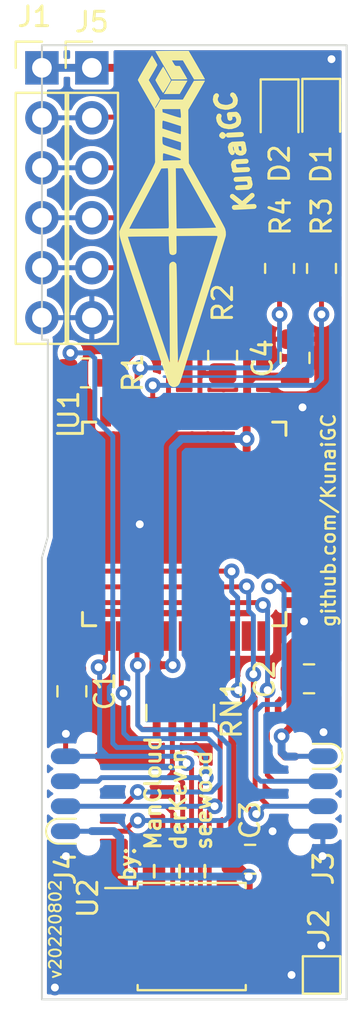
<source format=kicad_pcb>
(kicad_pcb (version 20221018) (generator pcbnew)
  (layers (0 "F.Cu" signal) (31 "B.Cu" signal) (34 "B.Paste" user) (35 "F.Paste" user) (36 "B.SilkS" user "B.Silkscreen") (37 "F.SilkS" user "F.Silkscreen") (38 "B.Mask" user) (39 "F.Mask" user) (44 "Edge.Cuts" user))
  (net 0 "")
  (net 1 "GND")
  (net 2 "EXI.~{CS}")
  (net 3 "EXI.CLK")
  (net 4 "JTAG.TCK")
  (net 5 "JTAG.TDI")
  (net 6 "JTAG.TDO")
  (net 7 "JTAG.TMS")
  (net 8 "SPI.MOSI")
  (net 9 "SPI.MISO")
  (net 10 "SPI.~{CS}")
  (net 11 "Net-(D1-A)")
  (net 12 "Net-(D2-A)")
  (net 25 "EXI.OUT")
  (net 35 "+3V3")
  (net 36 "EXI.IN")
  (net 37 "SPI.~{RESET}")
  (net 38 "SPI.~{WP}")
  (net 41 "EXI.CLK´")
  (net 44 "LED_BYPASS")
  (net 45 "LED_DISABLE")
  (footprint "Resistor_SMD:R_0805_2012Metric" (layer "F.Cu") (at 153.182045 43.110937)
    (fp_text reference "R1" (at 2.413 0 90) (layer "F.SilkS"))
    (fp_text value "100")
    (pad "1" smd roundrect (at -0.9125 0) (size 1.025 1.4) (layers "F.Cu" "F.Paste" "F.Mask") (roundrect_rratio 0.243902) (net 41 "EXI.CLK´"))
    (pad "2" smd roundrect (at 0.9125 0) (size 1.025 1.4) (layers "F.Cu" "F.Paste" "F.Mask") (roundrect_rratio 0.243902) (net 3 "EXI.CLK"))
  )
  (footprint "Resistor_SMD:R_Array_Concave_4x0603" (layer "F.Cu") (at 158.008045 60.382937 90)
    (fp_text reference "RN1" (at 0.1778 2.6162 270) (layer "F.SilkS"))
    (fp_text value "10k")
    (pad "1" smd rect (at -0.85 -1.2 90) (size 0.9 0.4) (layers "F.Cu" "F.Paste" "F.Mask") (net 10 "SPI.~{CS}"))
    (pad "2" smd rect (at -0.85 -0.4 90) (size 0.9 0.4) (layers "F.Cu" "F.Paste" "F.Mask") (net 38 "SPI.~{WP}"))
    (pad "3" smd rect (at -0.85 0.4 90) (size 0.9 0.4) (layers "F.Cu" "F.Paste" "F.Mask") (net 37 "SPI.~{RESET}"))
    (pad "4" smd rect (at -0.85 1.2 90) (size 0.9 0.4) (layers "F.Cu" "F.Paste" "F.Mask"))
    (pad "5" smd rect (at 0.85 1.2 90) (size 0.9 0.4) (layers "F.Cu" "F.Paste" "F.Mask") (net 35 "+3V3"))
    (pad "6" smd rect (at 0.85 0.4 90) (size 0.9 0.4) (layers "F.Cu" "F.Paste" "F.Mask") (net 35 "+3V3"))
    (pad "7" smd rect (at 0.85 -0.4 90) (size 0.9 0.4) (layers "F.Cu" "F.Paste" "F.Mask") (net 35 "+3V3"))
    (pad "8" smd rect (at 0.85 -1.2 90) (size 0.9 0.4) (layers "F.Cu" "F.Paste" "F.Mask") (net 35 "+3V3"))
  )
  (footprint "LED_SMD:LED_0805_2012Metric" (layer "F.Cu") (at 165.182445 29.853437 -90)
    (fp_text reference "D1" (at 2.6552 0.0068 90) (layer "F.SilkS"))
    (fp_text value "LED")
    (pad "1" smd roundrect (at -0.9375 0 270) (size 0.975 1.4) (layers "F.Cu" "F.Paste" "F.Mask") (net 1 "GND"))
    (pad "2" smd roundrect (at 0.9375 0 270) (size 0.975 1.4) (layers "F.Cu" "F.Paste" "F.Mask") (net 11 "Net-(D1-A)"))
  )
  (footprint "Eigene:SOIC_clipProgSmall" (layer "F.Cu") (at 166.017545 64.503937 90)
    (fp_text reference "J3" (at -3.796063 -0.7197 90) (layer "F.SilkS"))
    (fp_text value "Conn_02x04_Counter_Clockwise" hide)
    (pad "" np_thru_hole circle (at -2.54 -1.905 90) (size 0.7 0.7) (drill 0.7) (layers "*.Cu" "*.Mask"))
    (pad "" np_thru_hole circle (at -1.27 -1.905 90) (size 0.7 0.7) (drill 0.7) (layers "*.Cu" "*.Mask"))
    (pad "" np_thru_hole circle (at 0 -1.905 90) (size 0.7 0.7) (drill 0.7) (layers "*.Cu" "*.Mask"))
    (pad "" np_thru_hole circle (at 1.27 -1.905 90) (size 0.7 0.7) (drill 0.7) (layers "*.Cu" "*.Mask"))
    (pad "" np_thru_hole circle (at 2.54 -1.905 90) (size 0.7 0.7) (drill 0.7) (layers "*.Cu" "*.Mask"))
    (pad "1" smd oval (at 1.905 -0.75 90) (size 0.8 1.5) (layers "F.Cu" "F.Mask") (net 35 "+3V3"))
    (pad "2" smd oval (at 0.635 -0.75 90) (size 0.8 1.5) (layers "F.Cu" "F.Mask") (net 4 "JTAG.TCK"))
    (pad "3" smd oval (at -0.635 -0.75 90) (size 0.8 1.5) (layers "F.Cu" "F.Mask") (net 7 "JTAG.TMS"))
    (pad "4" smd oval (at -1.905 -0.75 90) (size 0.8 1.5) (layers "F.Cu" "F.Mask") (net 1 "GND"))
    (pad "5" smd oval (at -1.905 -0.75 90) (size 0.8 1.5) (layers "B.Cu" "B.Mask") (net 1 "GND"))
    (pad "6" smd oval (at -0.635 -0.75 90) (size 0.8 1.5) (layers "B.Cu" "B.Mask") (net 5 "JTAG.TDI"))
    (pad "7" smd oval (at 0.635 -0.75 90) (size 0.8 1.5) (layers "B.Cu" "B.Mask") (net 6 "JTAG.TDO"))
    (pad "8" smd oval (at 1.905 -0.75 90) (size 0.8 1.5) (layers "B.Cu" "B.Mask") (net 35 "+3V3"))
  )
  (footprint "Capacitor_SMD:C_0805_2012Metric" (layer "F.Cu") (at 161.564045 67.834937)
    (fp_text reference "C3" (at 0 -1.991 90) (layer "F.SilkS"))
    (fp_text value "100n")
    (pad "1" smd roundrect (at -0.95 0) (size 1 1.45) (layers "F.Cu" "F.Paste" "F.Mask") (net 35 "+3V3"))
    (pad "2" smd roundrect (at 0.95 0) (size 1 1.45) (layers "F.Cu" "F.Paste" "F.Mask") (net 1 "GND"))
  )
  (footprint "Resistor_SMD:R_0805_2012Metric" (layer "F.Cu") (at 165.196245 37.802337 -90)
    (fp_text reference "R3" (at -2.6416 0 90) (layer "F.SilkS"))
    (fp_text value "470")
    (pad "1" smd roundrect (at -0.9125 0 270) (size 1.025 1.4) (layers "F.Cu" "F.Paste" "F.Mask") (roundrect_rratio 0.243902) (net 11 "Net-(D1-A)"))
    (pad "2" smd roundrect (at 0.9125 0 270) (size 1.025 1.4) (layers "F.Cu" "F.Paste" "F.Mask") (roundrect_rratio 0.243902) (net 44 "LED_BYPASS"))
  )
  (footprint "Eigene:SOIC_clipProgSmall" (layer "F.Cu") (at 151.429445 64.503937 -90)
    (fp_text reference "J4" (at 3.796063 -0.7485 90) (layer "F.SilkS"))
    (fp_text value "Conn_02x04_Counter_Clockwise" hide)
    (pad "" np_thru_hole circle (at -2.54 -1.905 270) (size 0.7 0.7) (drill 0.7) (layers "*.Cu" "*.Mask"))
    (pad "" np_thru_hole circle (at -1.27 -1.905 270) (size 0.7 0.7) (drill 0.7) (layers "*.Cu" "*.Mask"))
    (pad "" np_thru_hole circle (at 0 -1.905 270) (size 0.7 0.7) (drill 0.7) (layers "*.Cu" "*.Mask"))
    (pad "" np_thru_hole circle (at 1.27 -1.905 270) (size 0.7 0.7) (drill 0.7) (layers "*.Cu" "*.Mask"))
    (pad "" np_thru_hole circle (at 2.54 -1.905 270) (size 0.7 0.7) (drill 0.7) (layers "*.Cu" "*.Mask"))
    (pad "1" smd oval (at 1.905 -0.75 270) (size 0.8 1.5) (layers "F.Cu" "F.Mask") (net 10 "SPI.~{CS}"))
    (pad "2" smd oval (at 0.635 -0.75 270) (size 0.8 1.5) (layers "F.Cu" "F.Mask") (net 9 "SPI.MISO"))
    (pad "3" smd oval (at -0.635 -0.75 270) (size 0.8 1.5) (layers "F.Cu" "F.Mask") (net 38 "SPI.~{WP}"))
    (pad "4" smd oval (at -1.905 -0.75 270) (size 0.8 1.5) (layers "F.Cu" "F.Mask") (net 1 "GND"))
    (pad "5" smd oval (at -1.905 -0.75 270) (size 0.8 1.5) (layers "B.Cu" "B.Mask") (net 8 "SPI.MOSI"))
    (pad "6" smd oval (at -0.635 -0.75 270) (size 0.8 1.5) (layers "B.Cu" "B.Mask") (net 41 "EXI.CLK´"))
    (pad "7" smd oval (at 0.635 -0.75 270) (size 0.8 1.5) (layers "B.Cu" "B.Mask") (net 37 "SPI.~{RESET}"))
    (pad "8" smd oval (at 1.905 -0.75 270) (size 0.8 1.5) (layers "B.Cu" "B.Mask") (net 35 "+3V3"))
  )
  (footprint "Package_QFP:TQFP-44_10x10mm_P0.8mm" (layer "F.Cu") (at 158.212045 50.787937)
    (fp_text reference "U1" (at -5.8682 -5.772 90) (layer "F.SilkS"))
    (fp_text value "XC9536VQ44")
    (pad "1" smd rect (at -5.7 -4) (size 1.5 0.55) (layers "F.Cu" "F.Paste" "F.Mask"))
    (pad "2" smd rect (at -5.7 -3.2) (size 1.5 0.55) (layers "F.Cu" "F.Paste" "F.Mask"))
    (pad "3" smd rect (at -5.7 -2.4) (size 1.5 0.55) (layers "F.Cu" "F.Paste" "F.Mask"))
    (pad "4" smd rect (at -5.7 -1.6) (size 1.5 0.55) (layers "F.Cu" "F.Paste" "F.Mask") (net 1 "GND"))
    (pad "5" smd rect (at -5.7 -0.8) (size 1.5 0.55) (layers "F.Cu" "F.Paste" "F.Mask"))
    (pad "6" smd rect (at -5.7 0) (size 1.5 0.55) (layers "F.Cu" "F.Paste" "F.Mask"))
    (pad "7" smd rect (at -5.7 0.8) (size 1.5 0.55) (layers "F.Cu" "F.Paste" "F.Mask"))
    (pad "8" smd rect (at -5.7 1.6) (size 1.5 0.55) (layers "F.Cu" "F.Paste" "F.Mask"))
    (pad "9" smd rect (at -5.7 2.4) (size 1.5 0.55) (layers "F.Cu" "F.Paste" "F.Mask") (net 5 "JTAG.TDI"))
    (pad "10" smd rect (at -5.7 3.2) (size 1.5 0.55) (layers "F.Cu" "F.Paste" "F.Mask") (net 7 "JTAG.TMS"))
    (pad "11" smd rect (at -5.7 4) (size 1.5 0.55) (layers "F.Cu" "F.Paste" "F.Mask") (net 4 "JTAG.TCK"))
    (pad "12" smd rect (at -4 5.7 90) (size 1.5 0.55) (layers "F.Cu" "F.Paste" "F.Mask") (net 8 "SPI.MOSI"))
    (pad "13" smd rect (at -3.2 5.7 90) (size 1.5 0.55) (layers "F.Cu" "F.Paste" "F.Mask") (net 9 "SPI.MISO"))
    (pad "14" smd rect (at -2.4 5.7 90) (size 1.5 0.55) (layers "F.Cu" "F.Paste" "F.Mask") (net 10 "SPI.~{CS}"))
    (pad "15" smd rect (at -1.6 5.7 90) (size 1.5 0.55) (layers "F.Cu" "F.Paste" "F.Mask") (net 35 "+3V3"))
    (pad "16" smd rect (at -0.8 5.7 90) (size 1.5 0.55) (layers "F.Cu" "F.Paste" "F.Mask"))
    (pad "17" smd rect (at 0 5.7 90) (size 1.5 0.55) (layers "F.Cu" "F.Paste" "F.Mask") (net 1 "GND"))
    (pad "18" smd rect (at 0.8 5.7 90) (size 1.5 0.55) (layers "F.Cu" "F.Paste" "F.Mask"))
    (pad "19" smd rect (at 1.6 5.7 90) (size 1.5 0.55) (layers "F.Cu" "F.Paste" "F.Mask"))
    (pad "20" smd rect (at 2.4 5.7 90) (size 1.5 0.55) (layers "F.Cu" "F.Paste" "F.Mask"))
    (pad "21" smd rect (at 3.2 5.7 90) (size 1.5 0.55) (layers "F.Cu" "F.Paste" "F.Mask"))
    (pad "22" smd rect (at 4 5.7 90) (size 1.5 0.55) (layers "F.Cu" "F.Paste" "F.Mask"))
    (pad "23" smd rect (at 5.7 4) (size 1.5 0.55) (layers "F.Cu" "F.Paste" "F.Mask"))
    (pad "24" smd rect (at 5.7 3.2) (size 1.5 0.55) (layers "F.Cu" "F.Paste" "F.Mask") (net 6 "JTAG.TDO"))
    (pad "25" smd rect (at 5.7 2.4) (size 1.5 0.55) (layers "F.Cu" "F.Paste" "F.Mask") (net 1 "GND"))
    (pad "26" smd rect (at 5.7 1.6) (size 1.5 0.55) (layers "F.Cu" "F.Paste" "F.Mask") (net 35 "+3V3"))
    (pad "27" smd rect (at 5.7 0.8) (size 1.5 0.55) (layers "F.Cu" "F.Paste" "F.Mask"))
    (pad "28" smd rect (at 5.7 0) (size 1.5 0.55) (layers "F.Cu" "F.Paste" "F.Mask"))
    (pad "29" smd rect (at 5.7 -0.8) (size 1.5 0.55) (layers "F.Cu" "F.Paste" "F.Mask"))
    (pad "30" smd rect (at 5.7 -1.6) (size 1.5 0.55) (layers "F.Cu" "F.Paste" "F.Mask"))
    (pad "31" smd rect (at 5.7 -2.4) (size 1.5 0.55) (layers "F.Cu" "F.Paste" "F.Mask"))
    (pad "32" smd rect (at 5.7 -3.2) (size 1.5 0.55) (layers "F.Cu" "F.Paste" "F.Mask"))
    (pad "33" smd rect (at 5.7 -4) (size 1.5 0.55) (layers "F.Cu" "F.Paste" "F.Mask"))
    (pad "34" smd rect (at 4 -5.7 90) (size 1.5 0.55) (layers "F.Cu" "F.Paste" "F.Mask"))
    (pad "35" smd rect (at 3.2 -5.7 90) (size 1.5 0.55) (layers "F.Cu" "F.Paste" "F.Mask") (net 35 "+3V3"))
    (pad "36" smd rect (at 2.4 -5.7 90) (size 1.5 0.55) (layers "F.Cu" "F.Paste" "F.Mask"))
    (pad "37" smd rect (at 1.6 -5.7 90) (size 1.5 0.55) (layers "F.Cu" "F.Paste" "F.Mask"))
    (pad "38" smd rect (at 0.8 -5.7 90) (size 1.5 0.55) (layers "F.Cu" "F.Paste" "F.Mask") (net 2 "EXI.~{CS}"))
    (pad "39" smd rect (at 0 -5.7 90) (size 1.5 0.55) (layers "F.Cu" "F.Paste" "F.Mask") (net 25 "EXI.OUT"))
    (pad "40" smd rect (at -0.8 -5.7 90) (size 1.5 0.55) (layers "F.Cu" "F.Paste" "F.Mask") (net 25 "EXI.OUT"))
    (pad "41" smd rect (at -1.6 -5.7 90) (size 1.5 0.55) (layers "F.Cu" "F.Paste" "F.Mask") (net 44 "LED_BYPASS"))
    (pad "42" smd rect (at -2.4 -5.7 90) (size 1.5 0.55) (layers "F.Cu" "F.Paste" "F.Mask") (net 45 "LED_DISABLE"))
    (pad "43" smd rect (at -3.2 -5.7 90) (size 1.5 0.55) (layers "F.Cu" "F.Paste" "F.Mask") (net 36 "EXI.IN"))
    (pad "44" smd rect (at -4 -5.7 90) (size 1.5 0.55) (layers "F.Cu" "F.Paste" "F.Mask") (net 3 "EXI.CLK"))
  )
  (footprint "Connector_PinHeader_2.54mm:PinHeader_1x06_P2.54mm_Vertical" (layer "F.Cu") (at 150.973045 27.606937)
    (fp_text reference "J1" (at -0.381 -2.6 180) (layer "F.SilkS"))
    (fp_text value "Conn_01x06" hide)
    (pad "1" thru_hole rect (at 0 0) (size 1.7 1.7) (drill 1) (layers "*.Cu" "*.Mask") (net 35 "+3V3"))
    (pad "2" thru_hole oval (at 0 2.54) (size 1.7 1.7) (drill 1) (layers "*.Cu" "*.Mask") (net 2 "EXI.~{CS}"))
    (pad "3" thru_hole oval (at 0 5.08) (size 1.7 1.7) (drill 1) (layers "*.Cu" "*.Mask") (net 25 "EXI.OUT"))
    (pad "4" thru_hole oval (at 0 7.62) (size 1.7 1.7) (drill 1) (layers "*.Cu" "*.Mask") (net 36 "EXI.IN"))
    (pad "5" thru_hole oval (at 0 10.16) (size 1.7 1.7) (drill 1) (layers "*.Cu" "*.Mask") (net 3 "EXI.CLK"))
    (pad "6" thru_hole oval (at 0 12.7) (size 1.7 1.7) (drill 1) (layers "*.Cu" "*.Mask") (net 1 "GND"))
  )
  (footprint "Resistor_SMD:R_0805_2012Metric" (layer "F.Cu") (at 160.167045 42.221937 -90)
    (fp_text reference "R2" (at -2.667 0 -90) (layer "F.SilkS"))
    (fp_text value "10k")
    (pad "1" smd roundrect (at -0.9125 0 270) (size 1.025 1.4) (layers "F.Cu" "F.Paste" "F.Mask") (roundrect_rratio 0.243902) (net 35 "+3V3"))
    (pad "2" smd roundrect (at 0.9125 0 270) (size 1.025 1.4) (layers "F.Cu" "F.Paste" "F.Mask") (roundrect_rratio 0.243902) (net 2 "EXI.~{CS}"))
  )
  (footprint "KunaiGC:KunaiGC_logo" (layer "F.Cu") (at 158.020169 35.008337 90)
    (fp_text reference "G***")
    (fp_text value "LOGO" hide)
  )
  (footprint "LED_SMD:LED_0805_2012Metric" (layer "F.Cu") (at 163.062645 29.877537 -90)
    (fp_text reference "D2" (at 2.6024 0 90) (layer "F.SilkS"))
    (fp_text value "LED")
    (pad "1" smd roundrect (at -0.9375 0 270) (size 0.975 1.4) (layers "F.Cu" "F.Paste" "F.Mask") (net 1 "GND"))
    (pad "2" smd roundrect (at 0.9375 0 270) (size 0.975 1.4) (layers "F.Cu" "F.Paste" "F.Mask") (net 12 "Net-(D2-A)"))
  )
  (footprint "TestPoint:TestPoint_Pad_1.5x1.5mm" (layer "F.Cu") (at 165.197045 73.713937 180)
    (fp_text reference "J2" (at 0.127 2.5 90) (layer "F.SilkS"))
    (fp_text value "Conn_01x01" hide)
    (pad "1" smd rect (at 0 0 180) (size 1.5 1.5) (layers "F.Cu" "F.Mask") (net 1 "GND"))
  )
  (footprint "Capacitor_SMD:C_0805_2012Metric" (layer "F.Cu") (at 152.497045 59.296937 -90)
    (fp_text reference "C1" (at -0.0062 -1.6756 -90) (layer "F.SilkS"))
    (fp_text value "100n")
    (pad "1" smd roundrect (at -0.95 0 270) (size 1 1.45) (layers "F.Cu" "F.Paste" "F.Mask") (net 35 "+3V3"))
    (pad "2" smd roundrect (at 0.95 0 270) (size 1 1.45) (layers "F.Cu" "F.Paste" "F.Mask") (net 1 "GND"))
  )
  (footprint "Capacitor_SMD:C_0805_2012Metric" (layer "F.Cu") (at 164.562045 58.661937)
    (fp_text reference "C2" (at -2.2614 0.0192 90) (layer "F.SilkS"))
    (fp_text value "100n")
    (pad "1" smd roundrect (at -0.95 0) (size 1 1.45) (layers "F.Cu" "F.Paste" "F.Mask") (net 35 "+3V3"))
    (pad "2" smd roundrect (at 0.95 0) (size 1 1.45) (layers "F.Cu" "F.Paste" "F.Mask") (net 1 "GND"))
  )
  (footprint "Resistor_SMD:R_0805_2012Metric" (layer "F.Cu") (at 163.062645 37.802337 -90)
    (fp_text reference "R4" (at -2.6416 -0.0508 -90) (layer "F.SilkS"))
    (fp_text value "470")
    (pad "1" smd roundrect (at -0.9125 0 270) (size 1.025 1.4) (layers "F.Cu" "F.Paste" "F.Mask") (roundrect_rratio 0.243902) (net 12 "Net-(D2-A)"))
    (pad "2" smd roundrect (at 0.9125 0 270) (size 1.025 1.4) (layers "F.Cu" "F.Paste" "F.Mask") (roundrect_rratio 0.243902) (net 45 "LED_DISABLE"))
  )
  (footprint "Capacitor_SMD:C_0805_2012Metric" (layer "F.Cu") (at 163.850045 42.348937 90)
    (fp_text reference "C4" (at -0.0254 -1.651 90) (layer "F.SilkS"))
    (fp_text value "100n")
    (pad "1" smd roundrect (at -0.95 0 90) (size 1 1.45) (layers "F.Cu" "F.Paste" "F.Mask") (net 35 "+3V3"))
    (pad "2" smd roundrect (at 0.95 0 90) (size 1 1.45) (layers "F.Cu" "F.Paste" "F.Mask") (net 1 "GND"))
  )
  (footprint "Connector_PinHeader_2.54mm:PinHeader_1x06_P2.54mm_Vertical" (layer "F.Cu") (at 153.513045 27.606937)
    (fp_text reference "J5" (at 0 -2.33) (layer "F.SilkS"))
    (fp_text value "Conn_01x06")
    (pad "1" thru_hole rect (at 0 0) (size 1.7 1.7) (drill 1) (layers "*.Cu" "*.Mask") (net 35 "+3V3"))
    (pad "2" thru_hole oval (at 0 2.54) (size 1.7 1.7) (drill 1) (layers "*.Cu" "*.Mask") (net 2 "EXI.~{CS}"))
    (pad "3" thru_hole oval (at 0 5.08) (size 1.7 1.7) (drill 1) (layers "*.Cu" "*.Mask") (net 25 "EXI.OUT"))
    (pad "4" thru_hole oval (at 0 7.62) (size 1.7 1.7) (drill 1) (layers "*.Cu" "*.Mask") (net 36 "EXI.IN"))
    (pad "5" thru_hole oval (at 0 10.16) (size 1.7 1.7) (drill 1) (layers "*.Cu" "*.Mask") (net 3 "EXI.CLK"))
    (pad "6" thru_hole oval (at 0 12.7) (size 1.7 1.7) (drill 1) (layers "*.Cu" "*.Mask") (net 1 "GND"))
  )
  (footprint "Eigene:SOP-8-Wide" (layer "F.Cu") (at 158.593045 71.771937)
    (fp_text reference "U2" (at -5.284 -1.9558 90 unlocked) (layer "F.SilkS"))
    (fp_text value "M25P40")
    (pad "1" smd roundrect (at -2.9 -1.915) (size 3 0.6) (layers "F.Cu" "F.Paste" "F.Mask") (net 10 "SPI.~{CS}"))
    (pad "2" smd roundrect (at -2.9 -0.645) (size 3 0.6) (layers "F.Cu" "F.Paste" "F.Mask") (net 9 "SPI.MISO"))
    (pad "3" smd roundrect (at -2.9 0.625) (size 3 0.6) (layers "F.Cu" "F.Paste" "F.Mask") (net 38 "SPI.~{WP}"))
    (pad "4" smd roundrect (at -2.9 1.895) (size 3 0.6) (layers "F.Cu" "F.Paste" "F.Mask") (net 1 "GND"))
    (pad "5" smd roundrect (at 2.9 1.895) (size 3 0.6) (layers "F.Cu" "F.Paste" "F.Mask") (net 8 "SPI.MOSI"))
    (pad "6" smd roundrect (at 2.9 0.625) (size 3 0.6) (layers "F.Cu" "F.Paste" "F.Mask") (net 41 "EXI.CLK´"))
    (pad "7" smd roundrect (at 2.9 -0.645) (size 3 0.6) (layers "F.Cu" "F.Paste" "F.Mask") (net 37 "SPI.~{RESET}"))
    (pad "8" smd roundrect (at 2.9 -1.915) (size 3 0.6) (layers "F.Cu" "F.Paste" "F.Mask") (net 35 "+3V3"))
  )
  (gr_line (start 150.973045 27.165937) (end 150.973045 26.456937) (stroke (width 0.1)) (layer "Edge.Cuts"))
  (gr_line (start 166.473045 74.956937) (end 166.473045 26.456937) (stroke (width 0.1)) (layer "Edge.Cuts"))
  (gr_line (start 150.973045 40.754937) (end 150.973045 27.165937) (stroke (width 0.1)) (layer "Edge.Cuts"))
  (gr_line (start 150.973045 74.956937) (end 166.473045 74.956937) (stroke (width 0.1)) (layer "Edge.Cuts"))
  (gr_line (start 166.473045 26.456937) (end 150.973045 26.456937) (stroke (width 0.1)) (layer "Edge.Cuts"))
  (gr_line (start 150.973045 52.503937) (end 150.973045 74.956937) (stroke (width 0.1)) (layer "Edge.Cuts"))
  (gr_line (start 151.273045 51.443937) (end 150.973045 52.503937) (stroke (width 0.1)) (layer "Edge.Cuts"))
  (gr_line (start 150.973045 41.426937) (end 151.273045 41.426937) (stroke (width 0.1)) (layer "Edge.Cuts"))
  (gr_line (start 151.273045 41.426937) (end 151.273045 51.443937) (stroke (width 0.1)) (layer "Edge.Cuts"))
  (gr_line (start 150.973045 41.426937) (end 150.973045 40.754937) (stroke (width 0.1)) (layer "Edge.Cuts"))
  (gr_text "KunaiGC" (at 160.827445 31.909537 100) (layer "F.SilkS") (effects (font (size 1 1) (thickness 0.25) italic)))
  (gr_text "github.com/KunaiGC" (at 165.551845 50.603937 90) (layer "F.SilkS") (effects (font (size 0.7 0.7) (thickness 0.125))))
  (gr_text "by:\n- ManCloud\n- derKevin\n- seewood" (at 157.271445 69.036937 90) (layer "F.SilkS") (effects (font (size 0.8 0.8)) (justify left)))
  (gr_text "v20220802" (at 151.658045 73.971937 90) (layer "F.SilkS") (effects (font (size 0.6 0.6) (thickness 0.1)) (justify left)))
  (segment (start 152.179445 62.598937) (end 154.001045 62.598937) (width 0.25) (layer "F.Cu") (net 1))
  (segment (start 165.267545 66.408937) (end 162.707045 66.408937) (width 0.25) (layer "F.Cu") (net 1))
  (segment (start 154.001045 62.598937) (end 154.071045 62.668937) (width 0.25) (layer "F.Cu") (net 1))
  (segment (start 165.267545 67.652237) (end 165.247045 67.672737) (width 0.25) (layer "F.Cu") (net 1))
  (via (at 164.308045 55.740937) (size 0.8) (drill 0.4) (layers "F.Cu" "B.Cu") (net 1))
  (via (at 155.950645 50.807137) (size 0.8) (drill 0.4) (layers "F.Cu" "B.Cu") (net 1))
  (via (at 152.191445 67.678937) (size 0.8) (drill 0.4) (layers "F.Cu" "B.Cu") (net 1))
  (via (at 165.196245 72.213937) (size 0.8) (drill 0.4) (layers "F.Cu" "B.Cu") (net 1))
  (via (at 163.672245 73.713937) (size 0.8) (drill 0.4) (layers "F.Cu" "B.Cu") (net 1))
  (via (at 152.191445 61.455937) (size 0.8) (drill 0.4) (layers "F.Cu" "B.Cu") (net 1))
  (via (at 165.297845 61.373537) (size 0.8) (drill 0.4) (layers "F.Cu" "B.Cu") (net 1))
  (via (at 162.707045 66.408937) (size 0.8) (drill 0.4) (layers "F.Cu" "B.Cu") (net 1))
  (via (at 165.247045 67.672737) (size 0.8) (drill 0.4) (layers "F.Cu" "B.Cu") (net 1))
  (via (at 164.231045 44.863537) (size 0.8) (drill 0.4) (layers "F.Cu" "B.Cu") (net 1))
  (via (at 151.632645 74.352937) (size 0.8) (drill 0.4) (layers "F.Cu" "B.Cu") (net 1))
  (via (at 165.705045 27.165937) (size 0.8) (drill 0.4) (layers "F.Cu" "B.Cu") (net 1))
  (segment (start 165.267545 66.408937) (end 162.707045 66.408937) (width 0.25) (layer "B.Cu") (net 1))
  (segment (start 165.267545 67.652237) (end 165.247045 67.672737) (width 0.25) (layer "B.Cu") (net 1))
  (segment (start 159.012045 30.886937) (end 158.235545 30.110437) (width 0.25) (layer "F.Cu") (net 2))
  (segment (start 159.230545 43.134437) (end 159.012045 43.352937) (width 0.25) (layer "F.Cu") (net 2))
  (segment (start 159.230545 43.134437) (end 159.230545 43.087437) (width 0.25) (layer "F.Cu") (net 2))
  (segment (start 159.230545 43.087437) (end 159.012045 42.868937) (width 0.25) (layer "F.Cu") (net 2))
  (segment (start 159.012045 43.352937) (end 159.012045 42.868937) (width 0.25) (layer "F.Cu") (net 2))
  (segment (start 153.894045 30.110437) (end 153.857545 30.146937) (width 0.25) (layer "F.Cu") (net 2))
  (segment (start 160.167045 43.134437) (end 159.230545 43.134437) (width 0.25) (layer "F.Cu") (net 2))
  (segment (start 159.012045 42.868937) (end 159.012045 30.886937) (width 0.25) (layer "F.Cu") (net 2))
  (segment (start 153.513045 30.146937) (end 151.098065 30.146937) (width 0.25) (layer "F.Cu") (net 2))
  (segment (start 158.235545 30.110437) (end 153.894045 30.110437) (width 0.25) (layer "F.Cu") (net 2))
  (segment (start 159.012045 45.087937) (end 159.012045 43.352937) (width 0.25) (layer "F.Cu") (net 2))
  (segment (start 153.513045 30.146937) (end 151.098065 30.146937) (width 0.25) (layer "B.Cu") (net 2))
  (segment (start 154.212045 45.087937) (end 154.212045 43.228437) (width 0.25) (layer "F.Cu") (net 3))
  (segment (start 153.513045 37.766937) (end 151.098065 37.766937) (width 0.25) (layer "F.Cu") (net 3))
  (segment (start 155.087045 41.713937) (end 155.087045 37.903937) (width 0.25) (layer "F.Cu") (net 3))
  (segment (start 155.087045 37.903937) (end 154.950045 37.766937) (width 0.25) (layer "F.Cu") (net 3))
  (segment (start 154.094545 42.706437) (end 155.087045 41.713937) (width 0.25) (layer "F.Cu") (net 3))
  (segment (start 154.212045 43.228437) (end 154.094545 43.110937) (width 0.25) (layer "F.Cu") (net 3))
  (segment (start 154.094545 43.110937) (end 154.094545 42.706437) (width 0.25) (layer "F.Cu") (net 3))
  (segment (start 154.950045 37.766937) (end 153.513045 37.766937) (width 0.25) (layer "F.Cu") (net 3))
  (segment (start 153.513045 37.766937) (end 151.098065 37.766937) (width 0.25) (layer "B.Cu") (net 3))
  (segment (start 152.512045 54.787937) (end 162.090764 54.787937) (width 0.25) (layer "F.Cu") (net 4))
  (segment (start 162.762045 63.868937) (end 165.267545 63.868937) (width 0.25) (layer "F.Cu") (net 4))
  (segment (start 162.440534 59.252448) (end 162.440534 63.547426) (width 0.25) (layer "F.Cu") (net 4))
  (segment (start 162.453045 59.239937) (end 162.440534 59.252448) (width 0.25) (layer "F.Cu") (net 4))
  (segment (start 162.090764 54.787937) (end 162.213975 54.911148) (width 0.25) (layer "F.Cu") (net 4))
  (segment (start 162.440534 63.547426) (end 162.762045 63.868937) (width 0.25) (layer "F.Cu") (net 4))
  (via (at 162.213975 54.911148) (size 0.8) (drill 0.4) (layers "F.Cu" "B.Cu") (net 4))
  (via (at 162.453045 59.239937) (size 0.8) (drill 0.4) (layers "F.Cu" "B.Cu") (net 4))
  (segment (start 162.453045 59.239937) (end 162.453045 55.150218) (width 0.25) (layer "B.Cu") (net 4))
  (segment (start 162.453045 55.150218) (end 162.213975 54.911148) (width 0.25) (layer "B.Cu") (net 4))
  (segment (start 160.612045 53.187937) (end 160.625045 53.200937) (width 0.25) (layer "F.Cu") (net 5))
  (segment (start 152.512045 53.187937) (end 160.612045 53.187937) (width 0.25) (layer "F.Cu") (net 5))
  (segment (start 161.773846 65.530738) (end 161.183045 64.939937) (width 0.25) (layer "F.Cu") (net 5))
  (segment (start 161.183045 64.939937) (end 161.183045 59.456437) (width 0.25) (layer "F.Cu") (net 5))
  (segment (start 161.874841 65.530738) (end 161.773846 65.530738) (width 0.25) (layer "F.Cu") (net 5))
  (segment (start 161.183045 59.456437) (end 160.966545 59.239937) (width 0.25) (layer "F.Cu") (net 5))
  (via (at 160.966545 59.239937) (size 0.8) (drill 0.4) (layers "F.Cu" "B.Cu") (net 5))
  (via (at 160.625045 53.200937) (size 0.8) (drill 0.4) (layers "F.Cu" "B.Cu") (net 5))
  (via (at 161.874841 65.530738) (size 0.8) (drill 0.4) (layers "F.Cu" "B.Cu") (net 5))
  (segment (start 160.929045 54.529551) (end 160.625045 54.225551) (width 0.25) (layer "B.Cu") (net 5))
  (segment (start 161.874841 65.530738) (end 162.266642 65.138937) (width 0.25) (layer "B.Cu") (net 5))
  (segment (start 160.929045 59.202437) (end 160.929045 54.529551) (width 0.25) (layer "B.Cu") (net 5))
  (segment (start 160.966545 59.239937) (end 160.929045 59.202437) (width 0.25) (layer "B.Cu") (net 5))
  (segment (start 162.266642 65.138937) (end 165.267545 65.138937) (width 0.25) (layer "B.Cu") (net 5))
  (segment (start 160.625045 54.225551) (end 160.625045 53.200937) (width 0.25) (layer "B.Cu") (net 5))
  (segment (start 163.887045 53.962937) (end 163.912045 53.987937) (width 0.25) (layer "F.Cu") (net 6))
  (segment (start 162.530045 53.962937) (end 163.887045 53.962937) (width 0.25) (layer "F.Cu") (net 6))
  (via (at 162.530045 53.962937) (size 0.8) (drill 0.4) (layers "F.Cu" "B.Cu") (net 6))
  (segment (start 163.106534 59.964448) (end 163.292045 59.778937) (width 0.25) (layer "B.Cu") (net 6))
  (segment (start 163.292045 59.778937) (end 163.292045 54.236937) (width 0.25) (layer "B.Cu") (net 6))
  (segment (start 161.857045 60.313937) (end 162.206534 59.964448) (width 0.25) (layer "B.Cu") (net 6))
  (segment (start 162.112045 63.868937) (end 161.857045 63.613937) (width 0.25) (layer "B.Cu") (net 6))
  (segment (start 163.018045 53.962937) (end 162.530045 53.962937) (width 0.25) (layer "B.Cu") (net 6))
  (segment (start 163.292045 54.236937) (end 163.018045 53.962937) (width 0.25) (layer "B.Cu") (net 6))
  (segment (start 161.857045 63.613937) (end 161.857045 60.313937) (width 0.25) (layer "B.Cu") (net 6))
  (segment (start 165.267545 63.868937) (end 162.112045 63.868937) (width 0.25) (layer "B.Cu") (net 6))
  (segment (start 162.206534 59.964448) (end 163.106534 59.964448) (width 0.25) (layer "B.Cu") (net 6))
  (segment (start 152.512045 53.987937) (end 161.362045 53.987937) (width 0.25) (layer "F.Cu") (net 7))
  (segment (start 161.818045 64.449343) (end 162.507639 65.138937) (width 0.25) (layer "F.Cu") (net 7))
  (segment (start 161.818045 59.629551) (end 161.818045 64.449343) (width 0.25) (layer "F.Cu") (net 7))
  (segment (start 161.362045 53.987937) (end 161.387045 53.962937) (width 0.25) (layer "F.Cu") (net 7))
  (segment (start 161.728545 58.427137) (end 161.728545 59.540051) (width 0.25) (layer "F.Cu") (net 7))
  (segment (start 161.728545 59.540051) (end 161.818045 59.629551) (width 0.25) (layer "F.Cu") (net 7))
  (segment (start 162.507639 65.138937) (end 165.267545 65.138937) (width 0.25) (layer "F.Cu") (net 7))
  (via (at 161.387045 53.962937) (size 0.8) (drill 0.4) (layers "F.Cu" "B.Cu") (net 7))
  (via (at 161.728545 58.427137) (size 0.8) (drill 0.4) (layers "F.Cu" "B.Cu") (net 7))
  (segment (start 161.728545 55.450332) (end 161.489464 55.211251) (width 0.25) (layer "B.Cu") (net 7))
  (segment (start 161.489464 55.211251) (end 161.489464 54.065356) (width 0.25) (layer "B.Cu") (net 7))
  (segment (start 161.728545 58.427137) (end 161.728545 55.450332) (width 0.25) (layer "B.Cu") (net 7))
  (segment (start 161.489464 54.065356) (end 161.387045 53.962937) (width 0.25) (layer "B.Cu") (net 7))
  (segment (start 153.854545 58.071537) (end 154.212045 57.714037) (width 0.25) (layer "F.Cu") (net 8))
  (segment (start 158.897045 73.717937) (end 161.503045 73.717937) (width 0.25) (layer "F.Cu") (net 8))
  (segment (start 158.332545 62.948337) (end 158.584565 63.200357) (width 0.25) (layer "F.Cu") (net 8))
  (segment (start 158.584565 63.213937) (end 158.584565 73.364457) (width 0.25) (layer "F.Cu") (net 8))
  (segment (start 158.594565 73.415457) (end 158.897045 73.717937) (width 0.25) (layer "F.Cu") (net 8))
  (segment (start 154.212045 57.714037) (end 154.212045 56.487937) (width 0.25) (layer "F.Cu") (net 8))
  (via (at 153.854545 58.071537) (size 0.8) (drill 0.4) (layers "F.Cu" "B.Cu") (net 8))
  (via (at 158.332545 62.948337) (size 0.8) (drill 0.4) (layers "F.Cu" "B.Cu") (net 8))
  (segment (start 153.908966 62.176658) (end 154.331245 62.598937) (width 0.25) (layer "B.Cu") (net 8))
  (segment (start 153.908966 61.992816) (end 153.908966 62.589258) (width 0.25) (layer "B.Cu") (net 8))
  (segment (start 153.854545 58.071537) (end 153.908966 58.125958) (width 0.25) (layer "B.Cu") (net 8))
  (segment (start 158.332545 62.948337) (end 157.983145 62.598937) (width 0.25) (layer "B.Cu") (net 8))
  (segment (start 154.331245 62.598937) (end 154.522045 62.598937) (width 0.25) (layer "B.Cu") (net 8))
  (segment (start 154.141045 62.598937) (end 154.522045 62.598937) (width 0.25) (layer "B.Cu") (net 8))
  (segment (start 152.040545 62.598937) (end 154.141045 62.598937) (width 0.25) (layer "B.Cu") (net 8))
  (segment (start 157.983145 62.598937) (end 154.522045 62.598937) (width 0.25) (layer "B.Cu") (net 8))
  (segment (start 153.908966 62.589258) (end 153.918645 62.598937) (width 0.25) (layer "B.Cu") (net 8))
  (segment (start 153.908966 58.125958) (end 153.908966 62.176658) (width 0.25) (layer "B.Cu") (net 8))
  (segment (start 155.017045 65.138937) (end 155.124545 65.138937) (width 0.25) (layer "F.Cu") (net 9))
  (segment (start 157.627045 70.882937) (end 157.383045 71.126937) (width 0.25) (layer "F.Cu") (net 9))
  (segment (start 157.303045 65.138937) (end 157.627045 65.462937) (width 0.25) (layer "F.Cu") (net 9))
  (segment (start 155.124545 65.138937) (end 155.849045 64.414437) (width 0.25) (layer "F.Cu") (net 9))
  (segment (start 155.012045 59.279837) (end 155.012045 56.487937) (width 0.25) (layer "F.Cu") (net 9))
  (segment (start 155.017045 65.138937) (end 157.303045 65.138937) (width 0.25) (layer "F.Cu") (net 9))
  (segment (start 152.179445 65.138937) (end 155.017045 65.138937) (width 0.25) (layer "F.Cu") (net 9))
  (segment (start 157.383045 71.126937) (end 155.693045 71.126937) (width 0.25) (layer "F.Cu") (net 9))
  (segment (start 157.627045 65.462937) (end 157.627045 70.882937) (width 0.25) (layer "F.Cu") (net 9))
  (segment (start 155.124545 59.392337) (end 155.012045 59.279837) (width 0.25) (layer "F.Cu") (net 9))
  (via (at 155.849045 64.414437) (size 0.8) (drill 0.4) (layers "F.Cu" "B.Cu") (net 9))
  (via (at 155.124545 59.392337) (size 0.8) (drill 0.4) (layers "F.Cu" "B.Cu") (net 9))
  (segment (start 155.137845 61.424337) (end 155.413405 61.699897) (width 0.25) (layer "B.Cu") (net 9))
  (segment (start 155.137845 59.405637) (end 155.137845 61.424337) (width 0.25) (layer "B.Cu") (net 9))
  (segment (start 159.426605 61.699897) (end 160.033576 62.306868) (width 0.25) (layer "B.Cu") (net 9))
  (segment (start 160.033576 62.306868) (end 160.033576 63.98504) (width 0.25) (layer "B.Cu") (net 9))
  (segment (start 159.604179 64.414437) (end 155.849045 64.414437) (width 0.25) (layer "B.Cu") (net 9))
  (segment (start 155.413405 61.699897) (end 159.426605 61.699897) (width 0.25) (layer "B.Cu") (net 9))
  (segment (start 155.124545 59.392337) (end 155.137845 59.405637) (width 0.25) (layer "B.Cu") (net 9))
  (segment (start 160.033576 63.98504) (end 159.604179 64.414437) (width 0.25) (layer "B.Cu") (net 9))
  (segment (start 155.722045 66.732937) (end 155.722045 69.827937) (width 0.25) (layer "F.Cu") (net 10))
  (segment (start 155.849045 57.969937) (end 155.849045 61.017937) (width 0.25) (layer "F.Cu") (net 10))
  (segment (start 155.812045 56.487937) (end 155.812045 57.932937) (width 0.25) (layer "F.Cu") (net 10))
  (segment (start 155.812045 57.932937) (end 155.849045 57.969937) (width 0.25) (layer "F.Cu") (net 10))
  (segment (start 152.179445 66.408937) (end 155.157045 66.408937) (width 0.25) (layer "F.Cu") (net 10))
  (segment (start 155.849045 61.017937) (end 156.064045 61.232937) (width 0.25) (layer "F.Cu") (net 10))
  (segment (start 156.064045 61.232937) (end 156.808045 61.232937) (width 0.25) (layer "F.Cu") (net 10))
  (segment (start 155.157045 66.408937) (end 155.398045 66.408937) (width 0.25) (layer "F.Cu") (net 10))
  (segment (start 155.398045 66.408937) (end 155.722045 66.732937) (width 0.25) (layer "F.Cu") (net 10))
  (segment (start 155.702545 65.863437) (end 155.849045 65.863437) (width 0.25) (layer "F.Cu") (net 10))
  (segment (start 155.157045 66.408937) (end 155.702545 65.863437) (width 0.25) (layer "F.Cu") (net 10))
  (segment (start 155.722045 69.827937) (end 155.693045 69.856937) (width 0.25) (layer "F.Cu") (net 10))
  (via (at 155.849045 57.969937) (size 0.8) (drill 0.4) (layers "F.Cu" "B.Cu") (net 10))
  (via (at 155.849045 65.863437) (size 0.8) (drill 0.4) (layers "F.Cu" "B.Cu") (net 10))
  (segment (start 155.849045 57.969937) (end 155.849045 61.017937) (width 0.25) (layer "B.Cu") (net 10))
  (segment (start 156.081485 61.250377) (end 159.688285 61.250377) (width 0.25) (layer "B.Cu") (net 10))
  (segment (start 155.849045 61.017937) (end 156.081485 61.250377) (width 0.25) (layer "B.Cu") (net 10))
  (segment (start 160.274545 65.863437) (end 155.849045 65.863437) (width 0.25) (layer "B.Cu") (net 10))
  (segment (start 159.688285 61.250377) (end 160.483096 62.045188) (width 0.25) (layer "B.Cu") (net 10))
  (segment (start 160.483096 65.654886) (end 160.274545 65.863437) (width 0.25) (layer "B.Cu") (net 10))
  (segment (start 160.483096 62.045188) (end 160.483096 65.654886) (width 0.25) (layer "B.Cu") (net 10))
  (segment (start 165.196245 30.804737) (end 165.182445 30.790937) (width 0.25) (layer "F.Cu") (net 11))
  (segment (start 165.196245 36.889837) (end 165.196245 30.804737) (width 0.25) (layer "F.Cu") (net 11))
  (segment (start 163.062645 36.889837) (end 163.062645 30.815037) (width 0.25) (layer "F.Cu") (net 12))
  (segment (start 153.513045 32.686937) (end 156.748045 32.686937) (width 0.25) (layer "F.Cu") (net 25))
  (segment (start 153.513045 32.686937) (end 151.098065 32.686937) (width 0.25) (layer "F.Cu") (net 25))
  (segment (start 158.212045 45.087937) (end 157.412045 45.087937) (width 0.25) (layer "F.Cu") (net 25))
  (segment (start 157.412045 33.350937) (end 156.748045 32.686937) (width 0.25) (layer "F.Cu") (net 25))
  (segment (start 157.412045 45.087937) (end 157.412045 33.350937) (width 0.25) (layer "F.Cu") (net 25))
  (segment (start 153.513045 32.686937) (end 151.098065 32.686937) (width 0.25) (layer "B.Cu") (net 25))
  (segment (start 161.757045 43.298937) (end 161.412045 43.643937) (width 0.4) (layer "F.Cu") (net 35))
  (segment (start 156.648556 57.626448) (end 156.648556 57.678426) (width 0.4) (layer "F.Cu") (net 35))
  (segment (start 165.197045 52.438937) (end 165.197045 56.502937) (width 0.4) (layer "F.Cu") (net 35))
  (segment (start 161.757045 43.298937) (end 161.417045 42.958937) (width 0.4) (layer "F.Cu") (net 35))
  (segment (start 161.412045 28.226937) (end 161.412045 41.053937) (width 0.4) (layer "F.Cu") (net 35))
  (segment (start 161.493045 69.856937) (end 161.493045 68.713937) (width 0.4) (layer "F.Cu") (net 35))
  (segment (start 163.612045 61.135937) (end 163.612045 58.661937) (width 0.4) (layer "F.Cu") (net 35))
  (segment (start 156.648556 59.373448) (end 156.808045 59.532937) (width 0.4) (layer "F.Cu") (net 35))
  (segment (start 163.165045 61.582937) (end 163.612045 61.135937) (width 0.4) (layer "F.Cu") (net 35))
  (segment (start 156.648556 57.678426) (end 156.648556 58.440426) (width 0.4) (layer "F.Cu") (net 35))
  (segment (start 163.357045 62.613937) (end 163.857045 62.613937) (width 0.4) (layer "F.Cu") (net 35))
  (segment (start 160.167045 41.309437) (end 161.156545 41.309437) (width 0.4) (layer "F.Cu") (net 35))
  (segment (start 158.408045 59.532937) (end 159.208045 59.532937) (width 0.4) (layer "F.Cu") (net 35))
  (segment (start 160.658525 67.790457) (end 160.614045 67.834937) (width 0.4) (layer "F.Cu") (net 35))
  (segment (start 161.412045 43.643937) (end 161.412045 43.269937) (width 0.4) (layer "F.Cu") (net 35))
  (segment (start 161.387045 46.469937) (end 161.387045 52.057937) (width 0.4) (layer "F.Cu") (net 35))
  (segment (start 157.627045 57.969937) (end 156.992045 57.969937) (width 0.4) (layer "F.Cu") (net 35))
  (segment (start 161.387045 52.057937) (end 161.717045 52.387937) (width 0.4) (layer "F.Cu") (net 35))
  (segment (start 153.513045 27.606937) (end 151.173065 27.606937) (width 0.4) (layer "F.Cu") (net 35))
  (segment (start 159.808045 59.532937) (end 160.658525 60.383417) (width 0.4) (layer "F.Cu") (net 35))
  (segment (start 156.612045 55.430937) (end 156.612045 56.487937) (width 0.4) (layer "F.Cu") (net 35))
  (segment (start 156.612045 56.487937) (end 156.648556 56.524448) (width 0.4) (layer "F.Cu") (net 35))
  (segment (start 156.648556 58.440426) (end 156.648556 59.373448) (width 0.4) (layer "F.Cu") (net 35))
  (segment (start 161.412045 43.008937) (end 161.412045 41.053937) (width 0.4) (layer "F.Cu") (net 35))
  (segment (start 161.717045 52.387937) (end 163.912045 52.387937) (width 0.4) (layer "F.Cu") (net 35))
  (segment (start 156.648556 56.524448) (end 156.648556 57.678426) (width 0.4) (layer "F.Cu") (net 35))
  (segment (start 165.197045 56.502937) (end 165.006545 56.693437) (width 0.4) (layer "F.Cu") (net 35))
  (segment (start 157.608045 59.532937) (end 158.408045 59.532937) (width 0.4) (layer "F.Cu") (net 35))
  (segment (start 156.992045 57.969937) (end 156.648556 57.626448) (width 0.4) (layer "F.Cu") (net 35))
  (segment (start 156.493565 55.312457) (end 156.612045 55.430937) (width 0.4) (layer "F.Cu") (net 35))
  (segment (start 152.497045 58.346937) (end 152.497045 56.495937) (width 0.4) (layer "F.Cu") (net 35))
  (segment (start 163.872045 62.598937) (end 165.267545 62.598937) (width 0.25) (layer "F.Cu") (net 35))
  (segment (start 161.387045 46.469937) (end 161.387045 45.112937) (width 0.4) (layer "F.Cu") (net 35))
  (segment (start 160.792045 27.606937) (end 161.412045 28.226937) (width 0.4) (layer "F.Cu") (net 35))
  (segment (start 165.146045 52.387937) (end 165.197045 52.438937) (width 0.4) (layer "F.Cu") (net 35))
  (segment (start 156.648556 58.313426) (end 156.648556 58.440426) (width 0.4) (layer "F.Cu") (net 35))
  (segment (start 153.513045 27.606937) (end 160.792045 27.606937) (width 0.4) (layer "F.Cu") (net 35))
  (segment (start 163.863545 56.693437) (end 163.612045 56.944937) (width 0.4) (layer "F.Cu") (net 35))
  (segment (start 161.387045 45.112937) (end 161.412045 45.087937) (width 0.4) (layer "F.Cu") (net 35))
  (segment (start 161.412045 43.269937) (end 161.412045 43.008937) (width 0.4) (layer "F.Cu") (net 35))
  (segment (start 163.165045 62.421937) (end 163.357045 62.613937) (width 0.4) (layer "F.Cu") (net 35))
  (segment (start 160.658525 60.383417) (end 160.658525 67.790457) (width 0.4) (layer "F.Cu") (net 35))
  (segment (start 165.006545 56.693437) (end 163.863545 56.693437) (width 0.4) (layer "F.Cu") (net 35))
  (segment (start 163.850045 43.298937) (end 161.757045 43.298937) (width 0.4) (layer "F.Cu") (net 35))
  (segment (start 152.497045 56.495937) (end 153.680525 55.312457) (width 0.4) (layer "F.Cu") (net 35))
  (segment (start 161.412045 45.087937) (end 161.412045 43.643937) (width 0.4) (layer "F.Cu") (net 35))
  (segment (start 163.857045 62.613937) (end 163.872045 62.598937) (width 0.25) (layer "F.Cu") (net 35))
  (segment (start 161.156545 41.309437) (end 161.412045 41.053937) (width 0.4) (layer "F.Cu") (net 35))
  (segment (start 163.612045 56.944937) (end 163.612045 58.661937) (width 0.4) (layer "F.Cu") (net 35))
  (segment (start 161.412045 42.958937) (end 161.412045 43.008937) (width 0.4) (layer "F.Cu") (net 35))
  (segment (start 161.493045 68.713937) (end 160.614045 67.834937) (width 0.4) (layer "F.Cu") (net 35))
  (segment (start 163.912045 52.387937) (end 165.146045 52.387937) (width 0.4) (layer "F.Cu") (net 35))
  (segment (start 161.417045 42.958937) (end 161.412045 42.958937) (width 0.4) (layer "F.Cu") (net 35))
  (segment (start 163.165045 61.582937) (end 163.165045 62.421937) (width 0.4) (layer "F.Cu") (net 35))
  (segment (start 153.680525 55.312457) (end 156.493565 55.312457) (width 0.4) (layer "F.Cu") (net 35))
  (segment (start 156.992045 57.969937) (end 156.648556 58.313426) (width 0.4) (layer "F.Cu") (net 35))
  (segment (start 156.808045 59.532937) (end 157.608045 59.532937) (width 0.4) (layer "F.Cu") (net 35))
  (segment (start 159.208045 59.532937) (end 159.808045 59.532937) (width 0.4) (layer "F.Cu") (net 35))
  (via (at 163.165045 61.582937) (size 0.8) (drill 0.4) (layers "F.Cu" "B.Cu") (net 35))
  (via (at 157.627045 57.969937) (size 0.8) (drill 0.4) (layers "F.Cu" "B.Cu") (net 35))
  (via (at 161.493045 68.713937) (size 0.8) (drill 0.4) (layers "F.Cu" "B.Cu") (net 35))
  (via (at 161.387045 46.469937) (size 0.8) (drill 0.4) (layers "F.Cu" "B.Cu") (net 35))
  (segment (start 165.267545 62.598937) (end 163.800045 62.598937) (width 0.25) (layer "B.Cu") (net 35))
  (segment (start 163.165045 62.393968) (end 163.384535 62.613458) (width 0.4) (layer "B.Cu") (net 35))
  (segment (start 158.078045 46.469937) (end 157.627045 46.920937) (width 0.4) (layer "B.Cu") (net 35))
  (segment (start 161.387045 46.469937) (end 158.078045 46.469937) (width 0.4) (layer "B.Cu") (net 35))
  (segment (start 163.384535 62.613458) (end 163.843504 62.613458) (width 0.4) (layer "B.Cu") (net 35))
  (segment (start 161.493045 68.713937) (end 155.331045 68.713937) (width 0.4) (layer "B.Cu") (net 35))
  (segment (start 163.165045 61.582937) (end 163.165045 62.393968) (width 0.4) (layer "B.Cu") (net 35))
  (segment (start 155.331045 68.713937) (end 154.960045 68.342937) (width 0.4) (layer "B.Cu") (net 35))
  (segment (start 153.513045 27.606937) (end 151.173065 27.606937) (width 0.4) (layer "B.Cu") (net 35))
  (segment (start 153.506845 66.408937) (end 153.513045 66.402737) (width 0.25) (layer "B.Cu") (net 35))
  (segment (start 154.960045 68.342937) (end 154.960045 66.713937) (width 0.4) (layer "B.Cu") (net 35))
  (segment (start 157.627045 46.920937) (end 157.627045 57.969937) (width 0.4) (layer "B.Cu") (net 35))
  (segment (start 152.179445 66.408937) (end 153.506845 66.408937) (width 0.25) (layer "B.Cu") (net 35))
  (segment (start 154.629845 66.402737) (end 153.512245 66.402737) (width 0.4) (layer "B.Cu") (net 35))
  (segment (start 154.960045 66.732937) (end 154.636045 66.408937) (width 0.4) (layer "B.Cu") (net 35))
  (segment (start 155.012045 42.796323) (end 156.357045 41.451323) (width 0.25) (layer "F.Cu") (net 36))
  (segment (start 156.357045 41.451323) (end 156.357045 35.490937) (width 0.25) (layer "F.Cu") (net 36))
  (segment (start 156.093045 35.226937) (end 153.513045 35.226937) (width 0.25) (layer "F.Cu") (net 36))
  (segment (start 156.357045 35.490937) (end 156.093045 35.226937) (width 0.25) (layer "F.Cu") (net 36))
  (segment (start 153.513045 35.226937) (end 151.098065 35.226937) (width 0.25) (layer "F.Cu") (net 36))
  (segment (start 155.012045 45.087937) (end 155.012045 42.796323) (width 0.25) (layer "F.Cu") (net 36))
  (segment (start 153.513045 35.226937) (end 151.098065 35.226937) (width 0.25) (layer "B.Cu") (net 36))
  (segment (start 159.729045 65.138937) (end 159.758585 65.138937) (width 0.25) (layer "F.Cu") (net 37))
  (segment (start 161.493045 71.126937) (end 159.776045 71.126937) (width 0.25) (layer "F.Cu") (net 37))
  (segment (start 158.408045 60.733915) (end 158.408045 61.232937) (width 0.25) (layer "F.Cu") (net 37))
  (segment (start 159.758585 65.138937) (end 160.040045 64.857477) (width 0.25) (layer "F.Cu") (net 37))
  (segment (start 159.483605 70.834497) (end 159.483605 65.384377) (width 0.25) (layer "F.Cu") (net 37))
  (segment (start 159.734534 60.458426) (end 158.683534 60.458426) (width 0.25) (layer "F.Cu") (net 37))
  (segment (start 159.776045 71.126937) (end 159.483605 70.834497) (width 0.25) (layer "F.Cu") (net 37))
  (segment (start 160.040045 64.857477) (end 160.040045 60.763937) (width 0.25) (layer "F.Cu") (net 37))
  (segment (start 160.040045 60.763937) (end 159.734534 60.458426) (width 0.25) (layer "F.Cu") (net 37))
  (segment (start 158.683534 60.458426) (end 158.408045 60.733915) (width 0.25) (layer "F.Cu") (net 37))
  (segment (start 159.483605 65.384377) (end 159.729045 65.138937) (width 0.25) (layer "F.Cu") (net 37))
  (via (at 159.758585 65.138937) (size 0.8) (drill 0.4) (layers "F.Cu" "B.Cu") (net 37))
  (segment (start 152.179445 65.138937) (end 159.758585 65.138937) (width 0.25) (layer "B.Cu") (net 37))
  (segment (start 157.608045 63.449937) (end 157.373045 63.684937) (width 0.25) (layer "F.Cu") (net 38))
  (segment (start 157.881045 63.684937) (end 158.135045 63.938937) (width 0.25) (layer "F.Cu") (net 38))
  (segment (start 158.135045 63.938937) (end 158.135045 72.152937) (width 0.25) (layer "F.Cu") (net 38))
  (segment (start 154.004543 63.684937) (end 157.373045 63.684937) (width 0.25) (layer "F.Cu") (net 38))
  (segment (start 157.608045 63.449937) (end 157.646045 63.449937) (width 0.25) (layer "F.Cu") (net 38))
  (segment (start 157.373045 63.684937) (end 157.627045 63.684937) (width 0.25) (layer "F.Cu") (net 38))
  (segment (start 157.891045 72.396937) (end 155.693045 72.396937) (width 0.25) (layer "F.Cu") (net 38))
  (segment (start 158.135045 72.152937) (end 157.891045 72.396937) (width 0.25) (layer "F.Cu") (net 38))
  (segment (start 157.627045 63.684937) (end 157.881045 63.684937) (width 0.25) (layer "F.Cu") (net 38))
  (segment (start 157.608045 61.232937) (end 157.608045 63.449937) (width 0.25) (layer "F.Cu") (net 38))
  (segment (start 152.179445 63.868937) (end 153.820543 63.868937) (width 0.25) (layer "F.Cu") (net 38))
  (segment (start 153.820543 63.868937) (end 154.004543 63.684937) (width 0.25) (layer "F.Cu") (net 38))
  (segment (start 157.646045 63.449937) (end 157.881045 63.684937) (width 0.25) (layer "F.Cu") (net 38))
  (segment (start 159.309065 63.684937) (end 159.034085 63.959917) (width 0.25) (layer "F.Cu") (net 41))
  (segment (start 159.034085 63.959917) (end 159.034085 72.076977) (width 0.25) (layer "F.Cu") (net 41))
  (segment (start 152.269545 42.245437) (end 152.420045 42.094937) (width 0.25) (layer "F.Cu") (net 41))
  (segment (start 152.269545 43.110937) (end 152.269545 42.245437) (width 0.25) (layer "F.Cu") (net 41))
  (segment (start 159.034085 72.076977) (end 159.354045 72.396937) (width 0.25) (layer "F.Cu") (net 41))
  (segment (start 159.354045 72.396937) (end 161.493045 72.396937) (width 0.25) (layer "F.Cu") (net 41))
  (via (at 152.420045 42.094937) (size 0.8) (drill 0.4) (layers "F.Cu" "B.Cu") (net 41))
  (via (at 159.309065 63.684937) (size 0.8) (drill 0.4) (layers "F.Cu" "B.Cu") (net 41))
  (segment (start 153.664645 45.422337) (end 153.664645 42.374337) (width 0.25) (layer "B.Cu") (net 41))
  (segment (start 154.788445 62.149417) (end 154.579045 61.940017) (width 0.25) (layer "B.Cu") (net 41))
  (segment (start 154.579045 61.940017) (end 154.579045 59.871451) (width 0.25) (layer "B.Cu") (net 41))
  (segment (start 153.385245 42.094937) (end 153.664645 42.374337) (width 0.25) (layer "B.Cu") (net 41))
  (segment (start 154.579045 58.913223) (end 154.579045 46.336737) (width 0.25) (layer "B.Cu") (net 41))
  (segment (start 154.007545 63.684937) (end 159.309065 63.684937) (width 0.25) (layer "B.Cu") (net 41))
  (segment (start 159.309065 62.598357) (end 158.860125 62.149417) (width 0.25) (layer "B.Cu") (net 41))
  (segment (start 159.309065 63.684937) (end 159.309065 62.598357) (width 0.25) (layer "B.Cu") (net 41))
  (segment (start 154.400034 59.092234) (end 154.579045 58.913223) (width 0.25) (layer "B.Cu") (net 41))
  (segment (start 153.823545 63.868937) (end 154.007545 63.684937) (width 0.25) (layer "B.Cu") (net 41))
  (segment (start 154.579045 59.871451) (end 154.400034 59.69244) (width 0.25) (layer "B.Cu") (net 41))
  (segment (start 158.860125 62.149417) (end 154.788445 62.149417) (width 0.25) (layer "B.Cu") (net 41))
  (segment (start 152.179445 63.868937) (end 153.823545 63.868937) (width 0.25) (layer "B.Cu") (net 41))
  (segment (start 154.400034 59.69244) (end 154.400034 59.092234) (width 0.25) (layer "B.Cu") (net 41))
  (segment (start 152.420045 42.094937) (end 153.385245 42.094937) (width 0.25) (layer "B.Cu") (net 41))
  (segment (start 154.579045 46.336737) (end 153.664645 45.422337) (width 0.25) (layer "B.Cu") (net 41))
  (segment (start 165.196245 40.139137) (end 165.196245 38.714837) (width 0.25) (layer "F.Cu") (net 44))
  (segment (start 156.612045 43.746937) (end 156.611045 43.745937) (width 0.25) (layer "F.Cu") (net 44))
  (segment (start 156.612045 45.087937) (end 156.612045 43.746937) (width 0.25) (layer "F.Cu") (net 44))
  (via (at 165.196245 40.139137) (size 0.8) (drill 0.4) (layers "F.Cu" "B.Cu") (net 44))
  (via (at 156.611045 43.745937) (size 0.8) (drill 0.4) (layers "F.Cu" "B.Cu") (net 44))
  (segment (start 165.196245 40.139137) (end 165.196245 43.390337) (width 0.25) (layer "B.Cu") (net 44))
  (segment (start 165.196245 43.390337) (end 164.840645 43.745937) (width 0.25) (layer "B.Cu") (net 44))
  (segment (start 164.840645 43.745937) (end 156.611045 43.745937) (width 0.25) (layer "B.Cu") (net 44))
  (segment (start 163.062645 40.139137) (end 163.062645 38.714837) (width 0.25) (layer "F.Cu") (net 45))
  (segment (start 155.812045 43.020937) (end 155.976045 42.856937) (width 0.25) (layer "F.Cu") (net 45))
  (segment (start 155.812045 45.087937) (end 155.812045 43.020937) (width 0.25) (layer "F.Cu") (net 45))
  (via (at 163.062645 40.139137) (size 0.8) (drill 0.4) (layers "F.Cu" "B.Cu") (net 45))
  (via (at 155.976045 42.856937) (size 0.8) (drill 0.4) (layers "F.Cu" "B.Cu") (net 45))
  (segment (start 162.732445 42.856937) (end 163.062645 42.526737) (width 0.25) (layer "B.Cu") (net 45))
  (segment (start 155.976045 42.856937) (end 162.732445 42.856937) (width 0.25) (layer "B.Cu") (net 45))
  (segment (start 163.062645 42.526737) (end 163.062645 40.139137) (width 0.25) (layer "B.Cu") (net 45))
  (zone (net 1) (net_name "GND") (layers "F&B.Cu") (connect_pads (clearance 0.254)) (min_thickness 0.127) (fill yes (thermal_gap 0.254) (thermal_bridge_width 0.254) (island_removal_mode 1) (island_area_min 0))
    (polygon (pts (xy 166.467045 74.925937) (xy 150.973045 74.925937) (xy 150.973045 26.403937) (xy 166.467045 26.403937)))
  )
)
</source>
